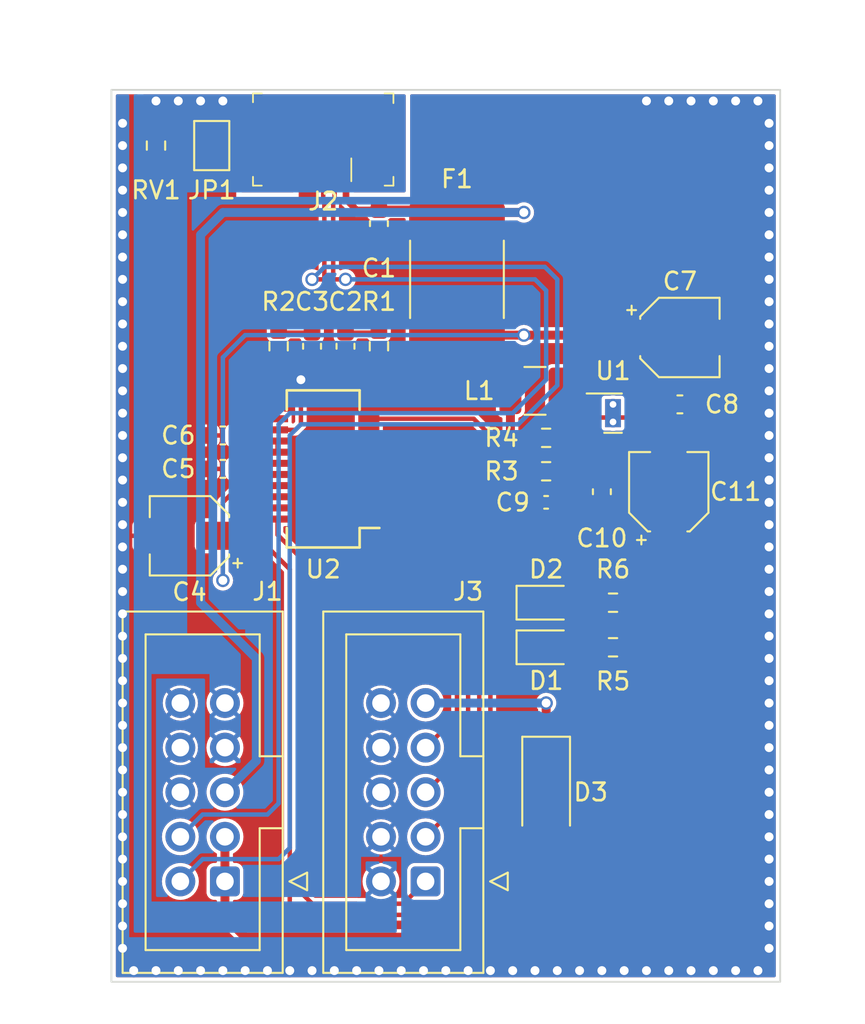
<source format=kicad_pcb>
(kicad_pcb (version 20221018) (generator pcbnew)
  (title_block (title "ESP-programmer") (date "2023-12-03") (rev "A") (comment 1 "Author: Nicloae-Andrei Vasile"))
  (layers (0 "F.Cu" signal) (31 "B.Cu" signal) (34 "B.Paste" user) (35 "F.Paste" user) (36 "B.SilkS" user "B.Silkscreen") (37 "F.SilkS" user "F.Silkscreen") (38 "B.Mask" user) (39 "F.Mask" user) (44 "Edge.Cuts" user))
  (net 0 "")
  (net 1 "/VBUS")
  (net 2 "GND")
  (net 3 "/D-")
  (net 4 "/D+")
  (net 5 "Net-(U1-AVIN)")
  (net 6 "Net-(U2-3V3OUT)")
  (net 7 "+3V3")
  (net 8 "Net-(U1-FB)")
  (net 9 "Net-(D1-K)")
  (net 10 "Net-(D1-A)")
  (net 11 "Net-(D2-K)")
  (net 12 "Net-(D2-A)")
  (net 13 "Earth_Protective")
  (net 15 "Net-(U2-TXD)")
  (net 16 "Net-(U2-RXD)")
  (net 17 "Net-(U2-~{DTR})")
  (net 18 "Net-(U2-~{RTS})")
  (net 19 "Net-(U1-SW)")
  (net 20 "Net-(U2-USBDM)")
  (net 21 "Net-(U2-USBDP)")
  (net 29 "Net-(D3-K)")
  (footprint "digikey-footprints:USB_Micro_B_Female_0473460001" (layer "F.Cu") (at 139.065 65.405)
    (fp_text reference "J2" (at 0 4.445) (layer "F.SilkS"))
    (fp_text value "0473460001")
    (pad "1" smd rect (at 1.3 2.66 270) (size 1.38 0.45) (layers "F.Cu" "F.Paste" "F.Mask") (net 1 "/VBUS"))
    (pad "2" smd rect (at 0.65 2.66 270) (size 1.38 0.45) (layers "F.Cu" "F.Paste" "F.Mask") (net 3 "/D-"))
    (pad "3" smd rect (at 0 2.66 270) (size 1.38 0.45) (layers "F.Cu" "F.Paste" "F.Mask") (net 4 "/D+"))
    (pad "4" smd rect (at -0.65 2.66 270) (size 1.38 0.45) (layers "F.Cu" "F.Paste" "F.Mask"))
    (pad "5" smd rect (at -1.3 2.66 270) (size 1.38 0.45) (layers "F.Cu" "F.Paste" "F.Mask") (net 2 "GND"))
    (pad "SH" smd rect (at -2.9125 0 270) (size 1.9 2.375) (layers "F.Cu" "F.Paste" "F.Mask") (net 13 "Earth_Protective"))
    (pad "SH" smd rect (at -2.4625 2.3 270) (size 2.1 1.475) (layers "F.Cu" "F.Paste" "F.Mask") (net 13 "Earth_Protective"))
    (pad "SH" smd rect (at -0.8375 0 270) (size 1.9 1.175) (layers "F.Cu" "F.Paste" "F.Mask") (net 13 "Earth_Protective"))
    (pad "SH" smd rect (at 0.8375 0 270) (size 1.9 1.175) (layers "F.Cu" "F.Paste" "F.Mask") (net 13 "Earth_Protective"))
    (pad "SH" smd rect (at 2.4625 2.3 270) (size 2.1 1.475) (layers "F.Cu" "F.Paste" "F.Mask") (net 13 "Earth_Protective"))
    (pad "SH" smd rect (at 2.9125 0 270) (size 1.9 2.375) (layers "F.Cu" "F.Paste" "F.Mask") (net 13 "Earth_Protective"))
  )
  (footprint "Capacitor_SMD:C_0603_1608Metric" (layer "F.Cu") (at 159.385 81.415)
    (fp_text reference "C8" (at 2.4 0) (layer "F.SilkS"))
    (fp_text value "0.1uF/6.3V/20%/C0603")
    (pad "1" smd roundrect (at -0.775 0) (size 0.9 0.95) (layers "F.Cu" "F.Paste" "F.Mask") (net 5 "Net-(U1-AVIN)"))
    (pad "2" smd roundrect (at 0.775 0) (size 0.9 0.95) (layers "F.Cu" "F.Paste" "F.Mask") (net 2 "GND"))
  )
  (footprint "Capacitor_SMD:C_0603_1608Metric" (layer "F.Cu") (at 133.35 85.09 180)
    (fp_text reference "C5" (at 2.54 0) (layer "F.SilkS"))
    (fp_text value "10nF/6.3V/20%/C0603")
    (pad "1" smd roundrect (at -0.775 0 180) (size 0.9 0.95) (layers "F.Cu" "F.Paste" "F.Mask") (net 5 "Net-(U1-AVIN)"))
    (pad "2" smd roundrect (at 0.775 0 180) (size 0.9 0.95) (layers "F.Cu" "F.Paste" "F.Mask") (net 2 "GND"))
  )
  (footprint "Diode_SMD:D_SOD-128" (layer "F.Cu") (at 151.765 103.505 -90)
    (fp_text reference "D3" (at 0 -2.54 -180) (layer "F.SilkS"))
    (fp_text value "30V/2A/0.7V (RB068LAM-30TFTR)")
    (pad "1" smd roundrect (at -2.2 0 270) (size 1.4 2.1) (layers "F.Cu" "F.Paste" "F.Mask") (roundrect_rratio 0.1785714286) (net 29 "Net-(D3-K)"))
    (pad "2" smd roundrect (at 2.2 0 270) (size 1.4 2.1) (layers "F.Cu" "F.Paste" "F.Mask") (roundrect_rratio 0.1785714286) (net 7 "+3V3"))
  )
  (footprint "Capacitor_SMD:C_0603_1608Metric" (layer "F.Cu") (at 142.24 71.12 -90)
    (fp_text reference "C1" (at 2.54 0 -180) (layer "F.SilkS"))
    (fp_text value "10nF/6.3V/20%/C0603")
    (pad "1" smd roundrect (at -0.775 0 270) (size 0.9 0.95) (layers "F.Cu" "F.Paste" "F.Mask") (net 1 "/VBUS"))
    (pad "2" smd roundrect (at 0.775 0 270) (size 0.9 0.95) (layers "F.Cu" "F.Paste" "F.Mask") (net 2 "GND"))
  )
  (footprint "Fuse:Fuse_2920_7451Metric" (layer "F.Cu") (at 146.685 74.295 -90)
    (fp_text reference "F1" (at -5.715 0 -180) (layer "F.SilkS"))
    (fp_text value "SMD050F-2")
    (pad "1" smd roundrect (at -3.3875 0 270) (size 1.925 5.45) (layers "F.Cu" "F.Paste" "F.Mask") (roundrect_rratio 0.12987) (net 1 "/VBUS"))
    (pad "2" smd roundrect (at 3.3875 0 270) (size 1.925 5.45) (layers "F.Cu" "F.Paste" "F.Mask") (roundrect_rratio 0.12987) (net 5 "Net-(U1-AVIN)"))
  )
  (footprint "Capacitor_SMD:C_0402_1005Metric" (layer "F.Cu") (at 151.765 86.995)
    (fp_text reference "C9" (at -1.905 0) (layer "F.SilkS"))
    (fp_text value "9pF/6.3V/20%/C0402")
    (pad "1" smd roundrect (at -0.48 0) (size 0.56 0.62) (layers "F.Cu" "F.Paste" "F.Mask") (net 7 "+3V3"))
    (pad "2" smd roundrect (at 0.48 0) (size 0.56 0.62) (layers "F.Cu" "F.Paste" "F.Mask") (net 8 "Net-(U1-FB)"))
  )
  (footprint "Resistor_SMD:R_0603_1608Metric" (layer "F.Cu") (at 151.765 83.32)
    (fp_text reference "R4" (at -2.54 0) (layer "F.SilkS"))
    (fp_text value "180K/R0603")
    (pad "1" smd roundrect (at -0.825 0) (size 0.8 0.95) (layers "F.Cu" "F.Paste" "F.Mask") (net 2 "GND"))
    (pad "2" smd roundrect (at 0.825 0) (size 0.8 0.95) (layers "F.Cu" "F.Paste" "F.Mask") (net 8 "Net-(U1-FB)"))
  )
  (footprint "Resistor_SMD:R_0603_1608Metric" (layer "F.Cu") (at 151.765 85.225 180)
    (fp_text reference "R3" (at 2.54 0) (layer "F.SilkS"))
    (fp_text value "810K/R0603")
    (pad "1" smd roundrect (at -0.825 0 180) (size 0.8 0.95) (layers "F.Cu" "F.Paste" "F.Mask") (net 8 "Net-(U1-FB)"))
    (pad "2" smd roundrect (at 0.825 0 180) (size 0.8 0.95) (layers "F.Cu" "F.Paste" "F.Mask") (net 7 "+3V3"))
  )
  (footprint "Jumper:SolderJumper-2_P1.3mm_Open_Pad1.0x1.5mm" (layer "F.Cu") (at 132.715 66.675 -90)
    (fp_text reference "JP1" (at 2.54 0 -180) (layer "F.SilkS"))
    (fp_text value "SolderJumper_2_Open")
    (pad "1" smd rect (at -0.65 0 270) (size 1 1.5) (layers "F.Cu" "F.Mask") (net 13 "Earth_Protective"))
    (pad "2" smd rect (at 0.65 0 270) (size 1 1.5) (layers "F.Cu" "F.Mask") (net 2 "GND"))
  )
  (footprint "Inductor_SMD:L_1210_3225Metric" (layer "F.Cu") (at 151.13 80.645 180)
    (fp_text reference "L1" (at 3.175 0 180) (layer "F.SilkS"))
    (fp_text value "1uH/L1210")
    (pad "1" smd roundrect (at -1.4 0 180) (size 1.25 2.65) (layers "F.Cu" "F.Paste" "F.Mask") (roundrect_rratio 0.2) (net 19 "Net-(U1-SW)"))
    (pad "2" smd roundrect (at 1.4 0 180) (size 1.25 2.65) (layers "F.Cu" "F.Paste" "F.Mask") (roundrect_rratio 0.2) (net 7 "+3V3"))
  )
  (footprint "Capacitor_SMD:CP_Elec_4x5.4" (layer "F.Cu") (at 131.445 88.9 180)
    (fp_text reference "C4" (at 0 -3.2) (layer "F.SilkS"))
    (fp_text value "4.7uF/16V/20%/4.3x4.3mm")
    (pad "1" smd roundrect (at -1.8 0 180) (size 2.6 1.6) (layers "F.Cu" "F.Paste" "F.Mask") (roundrect_rratio 0.15625) (net 5 "Net-(U1-AVIN)"))
    (pad "2" smd roundrect (at 1.8 0 180) (size 2.6 1.6) (layers "F.Cu" "F.Paste" "F.Mask") (roundrect_rratio 0.15625) (net 2 "GND"))
  )
  (footprint "Capacitor_SMD:CP_Elec_4x5.4" (layer "F.Cu") (at 158.75 86.39 90)
    (fp_text reference "C11" (at 0 3.81 180) (layer "F.SilkS"))
    (fp_text value "22uF/16V/20%/4.3x4.3mm")
    (pad "1" smd roundrect (at -1.8 0 90) (size 2.6 1.6) (layers "F.Cu" "F.Paste" "F.Mask") (roundrect_rratio 0.15625) (net 7 "+3V3"))
    (pad "2" smd roundrect (at 1.8 0 90) (size 2.6 1.6) (layers "F.Cu" "F.Paste" "F.Mask") (roundrect_rratio 0.15625) (net 2 "GND"))
  )
  (footprint "Resistor_SMD:R_0603_1608Metric" (layer "F.Cu") (at 155.575 95.25 180)
    (fp_text reference "R5" (at 0 -1.935) (layer "F.SilkS"))
    (fp_text value "330R/R0603")
    (pad "1" smd roundrect (at -0.825 0 180) (size 0.8 0.95) (layers "F.Cu" "F.Paste" "F.Mask") (net 7 "+3V3"))
    (pad "2" smd roundrect (at 0.825 0 180) (size 0.8 0.95) (layers "F.Cu" "F.Paste" "F.Mask") (net 10 "Net-(D1-A)"))
  )
  (footprint "Connector_IDC:IDC-Header_2x05_P2.54mm_Vertical" (layer "F.Cu") (at 133.4675 108.585 180)
    (fp_text reference "J1" (at -2.4225 16.51) (layer "F.SilkS"))
    (fp_text value "302-S101")
    (pad "1" thru_hole roundrect (at 0 0 180) (size 1.7 1.7) (drill 1) (layers "*.Cu" "*.Mask") (roundrect_rratio 0.147059) (net 7 "+3V3"))
    (pad "2" thru_hole circle (at 2.54 0 180) (size 1.7 1.7) (drill 1) (layers "*.Cu" "*.Mask") (net 4 "/D+"))
    (pad "3" thru_hole circle (at 0 2.54 180) (size 1.7 1.7) (drill 1) (layers "*.Cu" "*.Mask") (net 7 "+3V3"))
    (pad "4" thru_hole circle (at 2.54 2.54 180) (size 1.7 1.7) (drill 1) (layers "*.Cu" "*.Mask") (net 3 "/D-"))
    (pad "5" thru_hole circle (at 0 5.08 180) (size 1.7 1.7) (drill 1) (layers "*.Cu" "*.Mask") (net 1 "/VBUS"))
    (pad "6" thru_hole circle (at 2.54 5.08 180) (size 1.7 1.7) (drill 1) (layers "*.Cu" "*.Mask") (net 2 "GND"))
    (pad "7" thru_hole circle (at 0 7.62 180) (size 1.7 1.7) (drill 1) (layers "*.Cu" "*.Mask") (net 13 "Earth_Protective"))
    (pad "8" thru_hole circle (at 2.54 7.62 180) (size 1.7 1.7) (drill 1) (layers "*.Cu" "*.Mask") (net 2 "GND"))
    (pad "9" thru_hole circle (at 0 10.16 180) (size 1.7 1.7) (drill 1) (layers "*.Cu" "*.Mask") (net 13 "Earth_Protective"))
    (pad "10" thru_hole circle (at 2.54 10.16 180) (size 1.7 1.7) (drill 1) (layers "*.Cu" "*.Mask") (net 2 "GND"))
  )
  (footprint "Capacitor_SMD:C_0603_1608Metric" (layer "F.Cu") (at 140.335 78.105 -90)
    (fp_text reference "C2" (at -2.54 0 -180) (layer "F.SilkS"))
    (fp_text value "47pF/6.3V/20%/C0603")
    (pad "1" smd roundrect (at -0.775 0 270) (size 0.9 0.95) (layers "F.Cu" "F.Paste" "F.Mask") (net 3 "/D-"))
    (pad "2" smd roundrect (at 0.775 0 270) (size 0.9 0.95) (layers "F.Cu" "F.Paste" "F.Mask") (net 2 "GND"))
  )
  (footprint "Package_SON:WSON-8-1EP_2x2mm_P0.5mm_EP0.9x1.6mm_ThermalVias" (layer "F.Cu") (at 155.575 81.915)
    (fp_text reference "U1" (at 0 -2.405) (layer "F.SilkS"))
    (fp_text value "TPS62060DSGR")
    (pad "1" smd rect (at -0.95 -0.75) (size 0.5 0.25) (layers "F.Cu" "F.Paste" "F.Mask") (net 2 "GND"))
    (pad "2" smd rect (at -0.95 -0.25) (size 0.5 0.25) (layers "F.Cu" "F.Paste" "F.Mask") (net 19 "Net-(U1-SW)"))
    (pad "3" smd rect (at -0.95 0.25) (size 0.5 0.25) (layers "F.Cu" "F.Paste" "F.Mask") (net 2 "GND"))
    (pad "4" smd rect (at -0.95 0.75) (size 0.5 0.25) (layers "F.Cu" "F.Paste" "F.Mask") (net 8 "Net-(U1-FB)"))
    (pad "5" smd rect (at 0.95 0.75) (size 0.5 0.25) (layers "F.Cu" "F.Paste" "F.Mask") (net 5 "Net-(U1-AVIN)"))
    (pad "6" smd rect (at 0.95 0.25) (size 0.5 0.25) (layers "F.Cu" "F.Paste" "F.Mask") (net 2 "GND"))
    (pad "7" smd rect (at 0.95 -0.25) (size 0.5 0.25) (layers "F.Cu" "F.Paste" "F.Mask") (net 5 "Net-(U1-AVIN)"))
    (pad "8" smd rect (at 0.95 -0.75) (size 0.5 0.25) (layers "F.Cu" "F.Paste" "F.Mask") (net 5 "Net-(U1-AVIN)"))
    (pad "9" thru_hole circle (at 0 -0.5) (size 0.635 0.635) (drill 0.381) (layers "*.Cu"))
    (pad "9" smd rect (at 0 0) (size 0.9 1.6) (layers "F.Cu" "F.Mask"))
    (pad "9" smd rect (at 0 0) (size 0.9 1.6) (layers "B.Cu"))
    (pad "9" thru_hole circle (at 0 0.5) (size 0.635 0.635) (drill 0.381) (layers "*.Cu"))
  )
  (footprint "Capacitor_SMD:C_0603_1608Metric" (layer "F.Cu") (at 133.35 83.185 180)
    (fp_text reference "C6" (at 2.54 0) (layer "F.SilkS"))
    (fp_text value "0.1uF/6.3V/20%/C0603")
    (pad "1" smd roundrect (at -0.775 0 180) (size 0.9 0.95) (layers "F.Cu" "F.Paste" "F.Mask") (net 6 "Net-(U2-3V3OUT)"))
    (pad "2" smd roundrect (at 0.775 0 180) (size 0.9 0.95) (layers "F.Cu" "F.Paste" "F.Mask") (net 2 "GND"))
  )
  (footprint "Resistor_SMD:R_0603_1608Metric" (layer "F.Cu") (at 136.525 78.105 90)
    (fp_text reference "R2" (at 2.54 0 180) (layer "F.SilkS"))
    (fp_text value "27R/R0603")
    (pad "1" smd roundrect (at -0.825 0 90) (size 0.8 0.95) (layers "F.Cu" "F.Paste" "F.Mask") (net 21 "Net-(U2-USBDP)"))
    (pad "2" smd roundrect (at 0.825 0 90) (size 0.8 0.95) (layers "F.Cu" "F.Paste" "F.Mask") (net 4 "/D+"))
  )
  (footprint "Resistor_SMD:R_0603_1608Metric" (layer "F.Cu") (at 155.575 92.71 180)
    (fp_text reference "R6" (at 0 1.905) (layer "F.SilkS"))
    (fp_text value "330R/R0603")
    (pad "1" smd roundrect (at -0.825 0 180) (size 0.8 0.95) (layers "F.Cu" "F.Paste" "F.Mask") (net 7 "+3V3"))
    (pad "2" smd roundrect (at 0.825 0 180) (size 0.8 0.95) (layers "F.Cu" "F.Paste" "F.Mask") (net 12 "Net-(D2-A)"))
  )
  (footprint "Connector_IDC:IDC-Header_2x05_P2.54mm_Vertical" (layer "F.Cu") (at 144.8975 108.585 180)
    (fp_text reference "J3" (at -2.4225 16.51) (layer "F.SilkS"))
    (fp_text value "302-S101")
    (pad "1" thru_hole roundrect (at 0 0 180) (size 1.7 1.7) (drill 1) (layers "*.Cu" "*.Mask") (roundrect_rratio 0.147059) (net 15 "Net-(U2-TXD)"))
    (pad "2" thru_hole circle (at 2.54 0 180) (size 1.7 1.7) (drill 1) (layers "*.Cu" "*.Mask") (net 13 "Earth_Protective"))
    (pad "3" thru_hole circle (at 0 2.54 180) (size 1.7 1.7) (drill 1) (layers "*.Cu" "*.Mask") (net 16 "Net-(U2-RXD)"))
    (pad "4" thru_hole circle (at 2.54 2.54 180) (size 1.7 1.7) (drill 1) (layers "*.Cu" "*.Mask") (net 2 "GND"))
    (pad "5" thru_hole circle (at 0 5.08 180) (size 1.7 1.7) (drill 1) (layers "*.Cu" "*.Mask") (net 17 "Net-(U2-~{DTR})"))
    (pad "6" thru_hole circle (at 2.54 5.08 180) (size 1.7 1.7) (drill 1) (layers "*.Cu" "*.Mask") (net 2 "GND"))
    (pad "7" thru_hole circle (at 0 7.62 180) (size 1.7 1.7) (drill 1) (layers "*.Cu" "*.Mask") (net 18 "Net-(U2-~{RTS})"))
    (pad "8" thru_hole circle (at 2.54 7.62 180) (size 1.7 1.7) (drill 1) (layers "*.Cu" "*.Mask") (net 2 "GND"))
    (pad "9" thru_hole circle (at 0 10.16 180) (size 1.7 1.7) (drill 1) (layers "*.Cu" "*.Mask") (net 29 "Net-(D3-K)"))
    (pad "10" thru_hole circle (at 2.54 10.16 180) (size 1.7 1.7) (drill 1) (layers "*.Cu" "*.Mask") (net 2 "GND"))
  )
  (footprint "LED_SMD:LED_0805_2012Metric" (layer "F.Cu") (at 151.765 95.25)
    (fp_text reference "D1" (at 0 1.905) (layer "F.SilkS"))
    (fp_text value "LED")
    (pad "1" smd roundrect (at -0.9375 0) (size 0.975 1.4) (layers "F.Cu" "F.Paste" "F.Mask") (net 9 "Net-(D1-K)"))
    (pad "2" smd roundrect (at 0.9375 0) (size 0.975 1.4) (layers "F.Cu" "F.Paste" "F.Mask") (net 10 "Net-(D1-A)"))
  )
  (footprint "Resistor_SMD:R_0603_1608Metric" (layer "F.Cu") (at 142.24 78.105 90)
    (fp_text reference "R1" (at 2.54 0 180) (layer "F.SilkS"))
    (fp_text value "27R/R0603")
    (pad "1" smd roundrect (at -0.825 0 90) (size 0.8 0.95) (layers "F.Cu" "F.Paste" "F.Mask") (net 20 "Net-(U2-USBDM)"))
    (pad "2" smd roundrect (at 0.825 0 90) (size 0.8 0.95) (layers "F.Cu" "F.Paste" "F.Mask") (net 3 "/D-"))
  )
  (footprint "Resistor_SMD:R_0603_1608Metric" (layer "F.Cu") (at 129.54 66.675 -90)
    (fp_text reference "RV1" (at 2.54 0 -180) (layer "F.SilkS"))
    (fp_text value "V5.5MLA0603N")
    (pad "1" smd roundrect (at -0.825 0 270) (size 0.8 0.95) (layers "F.Cu" "F.Paste" "F.Mask") (net 13 "Earth_Protective"))
    (pad "2" smd roundrect (at 0.825 0 270) (size 0.8 0.95) (layers "F.Cu" "F.Paste" "F.Mask") (net 2 "GND"))
  )
  (footprint "Capacitor_SMD:C_0603_1608Metric" (layer "F.Cu") (at 154.94 86.39 90)
    (fp_text reference "C10" (at -2.645 0 180) (layer "F.SilkS"))
    (fp_text value "10uF/6.3V/20%/C0603")
    (pad "1" smd roundrect (at -0.775 0 90) (size 0.9 0.95) (layers "F.Cu" "F.Paste" "F.Mask") (net 7 "+3V3"))
    (pad "2" smd roundrect (at 0.775 0 90) (size 0.9 0.95) (layers "F.Cu" "F.Paste" "F.Mask") (net 2 "GND"))
  )
  (footprint "LED_SMD:LED_0805_2012Metric" (layer "F.Cu") (at 151.765 92.71)
    (fp_text reference "D2" (at 0 -1.905) (layer "F.SilkS"))
    (fp_text value "LED")
    (pad "1" smd roundrect (at -0.9375 0) (size 0.975 1.4) (layers "F.Cu" "F.Paste" "F.Mask") (net 11 "Net-(D2-K)"))
    (pad "2" smd roundrect (at 0.9375 0) (size 0.975 1.4) (layers "F.Cu" "F.Paste" "F.Mask") (net 12 "Net-(D2-A)"))
  )
  (footprint "Capacitor_SMD:CP_Elec_4x5.4" (layer "F.Cu") (at 159.385 77.605)
    (fp_text reference "C7" (at 0 -3.2) (layer "F.SilkS"))
    (fp_text value "10uF/16V/20%/4.3x4.3mm")
    (pad "1" smd roundrect (at -1.8 0) (size 2.6 1.6) (layers "F.Cu" "F.Paste" "F.Mask") (roundrect_rratio 0.15625) (net 5 "Net-(U1-AVIN)"))
    (pad "2" smd roundrect (at 1.8 0) (size 2.6 1.6) (layers "F.Cu" "F.Paste" "F.Mask") (roundrect_rratio 0.15625) (net 2 "GND"))
  )
  (footprint "Package_SO:SSOP-20_3.9x8.7mm_P0.635mm" (layer "F.Cu") (at 139.065 85.09 180)
    (fp_text reference "U2" (at 0 -5.715 180) (layer "F.SilkS"))
    (fp_text value "FT231XS")
    (pad "1" smd rect (at -2.6 -2.8575 180) (size 1.2 0.4) (layers "F.Cu" "F.Paste" "F.Mask") (net 17 "Net-(U2-~{DTR})"))
    (pad "2" smd rect (at -2.6 -2.2225 180) (size 1.2 0.4) (layers "F.Cu" "F.Paste" "F.Mask") (net 18 "Net-(U2-~{RTS})"))
    (pad "3" smd rect (at -2.6 -1.5875 180) (size 1.2 0.4) (layers "F.Cu" "F.Paste" "F.Mask"))
    (pad "4" smd rect (at -2.6 -0.9525 180) (size 1.2 0.4) (layers "F.Cu" "F.Paste" "F.Mask") (net 16 "Net-(U2-RXD)"))
    (pad "5" smd rect (at -2.6 -0.3175 180) (size 1.2 0.4) (layers "F.Cu" "F.Paste" "F.Mask"))
    (pad "6" smd rect (at -2.6 0.3175 180) (size 1.2 0.4) (layers "F.Cu" "F.Paste" "F.Mask") (net 2 "GND"))
    (pad "7" smd rect (at -2.6 0.9525 180) (size 1.2 0.4) (layers "F.Cu" "F.Paste" "F.Mask"))
    (pad "8" smd rect (at -2.6 1.5875 180) (size 1.2 0.4) (layers "F.Cu" "F.Paste" "F.Mask"))
    (pad "9" smd rect (at -2.6 2.2225 180) (size 1.2 0.4) (layers "F.Cu" "F.Paste" "F.Mask"))
    (pad "10" smd rect (at -2.6 2.8575 180) (size 1.2 0.4) (layers "F.Cu" "F.Paste" "F.Mask") (net 11 "Net-(D2-K)"))
    (pad "11" smd rect (at 2.6 2.8575 180) (size 1.2 0.4) (layers "F.Cu" "F.Paste" "F.Mask") (net 21 "Net-(U2-USBDP)"))
    (pad "12" smd rect (at 2.6 2.2225 180) (size 1.2 0.4) (layers "F.Cu" "F.Paste" "F.Mask") (net 20 "Net-(U2-USBDM)"))
    (pad "13" smd rect (at 2.6 1.5875 180) (size 1.2 0.4) (layers "F.Cu" "F.Paste" "F.Mask") (net 6 "Net-(U2-3V3OUT)"))
    (pad "14" smd rect (at 2.6 0.9525 180) (size 1.2 0.4) (layers "F.Cu" "F.Paste" "F.Mask") (net 6 "Net-(U2-3V3OUT)"))
    (pad "15" smd rect (at 2.6 0.3175 180) (size 1.2 0.4) (layers "F.Cu" "F.Paste" "F.Mask") (net 5 "Net-(U1-AVIN)"))
    (pad "16" smd rect (at 2.6 -0.3175 180) (size 1.2 0.4) (layers "F.Cu" "F.Paste" "F.Mask") (net 2 "GND"))
    (pad "17" smd rect (at 2.6 -0.9525 180) (size 1.2 0.4) (layers "F.Cu" "F.Paste" "F.Mask") (net 9 "Net-(D1-K)"))
    (pad "18" smd rect (at 2.6 -1.5875 180) (size 1.2 0.4) (layers "F.Cu" "F.Paste" "F.Mask"))
    (pad "19" smd rect (at 2.6 -2.2225 180) (size 1.2 0.4) (layers "F.Cu" "F.Paste" "F.Mask"))
    (pad "20" smd rect (at 2.6 -2.8575 180) (size 1.2 0.4) (layers "F.Cu" "F.Paste" "F.Mask") (net 15 "Net-(U2-TXD)"))
  )
  (footprint "Capacitor_SMD:C_0603_1608Metric" (layer "F.Cu") (at 138.43 78.105 -90)
    (fp_text reference "C3" (at -2.54 0 -180) (layer "F.SilkS"))
    (fp_text value "47pF/6.3V/20%/C0603")
    (pad "1" smd roundrect (at -0.775 0 270) (size 0.9 0.95) (layers "F.Cu" "F.Paste" "F.Mask") (net 4 "/D+"))
    (pad "2" smd roundrect (at 0.775 0 270) (size 0.9 0.95) (layers "F.Cu" "F.Paste" "F.Mask") (net 2 "GND"))
  )
  (gr_rect (start 127 63.5) (end 165.1 114.3) (stroke (width 0.1)) (fill none) (layer "Edge.Cuts"))
  (segment (start 140.97 70.345) (end 142.24 70.345) (width 0.381) (layer "F.Cu") (net 1))
  (segment (start 140.365 68.065) (end 140.365 69.74) (width 0.381) (layer "F.Cu") (net 1))
  (segment (start 142.24 70.345) (end 146.1225 70.345) (width 0.508) (layer "F.Cu") (net 1))
  (segment (start 147.1075 70.485) (end 150.495 70.485) (width 0.508) (layer "F.Cu") (net 1))
  (segment (start 146.1225 70.345) (end 146.685 70.9075) (width 0.508) (layer "F.Cu") (net 1))
  (segment (start 140.365 69.74) (end 140.97 70.345) (width 0.381) (layer "F.Cu") (net 1))
  (segment (start 146.685 70.9075) (end 147.1075 70.485) (width 0.508) (layer "F.Cu") (net 1))
  (via (at 150.495 70.485) (size 0.762) (drill 0.508) (layers "F.Cu" "B.Cu") (net 1))
  (segment (start 133.35 70.485) (end 132.08 71.755) (width 0.508) (layer "B.Cu") (net 1))
  (segment (start 132.08 71.755) (end 132.08 92.71) (width 0.508) (layer "B.Cu") (net 1))
  (segment (start 132.08 92.71) (end 135.255 95.885) (width 0.508) (layer "B.Cu") (net 1))
  (segment (start 150.495 70.485) (end 133.35 70.485) (width 0.508) (layer "B.Cu") (net 1))
  (segment (start 135.255 95.885) (end 135.255 101.7175) (width 0.508) (layer "B.Cu") (net 1))
  (segment (start 135.255 101.7175) (end 133.4675 103.505) (width 0.508) (layer "B.Cu") (net 1))
  (segment (start 155.325 82.165) (end 154.625 82.165) (width 0.254) (layer "F.Cu") (net 2))
  (segment (start 155.575 81.915) (end 155.325 82.165) (width 0.254) (layer "F.Cu") (net 2))
  (segment (start 155.825 82.165) (end 156.525 82.165) (width 0.254) (layer "F.Cu") (net 2))
  (segment (start 155.575 81.915) (end 155.825 82.165) (width 0.254) (layer "F.Cu") (net 2))
  (via (at 127.635 103.505) (size 0.762) (drill 0.508) (layers "F.Cu" "B.Cu") (net 2))
  (via (at 127.635 65.405) (size 0.762) (drill 0.508) (layers "F.Cu" "B.Cu") (net 2))
  (via (at 164.465 92.075) (size 0.762) (drill 0.508) (layers "F.Cu" "B.Cu") (net 2))
  (via (at 134.62 113.665) (size 0.762) (drill 0.508) (layers "F.Cu" "B.Cu") (net 2))
  (via (at 127.635 109.855) (size 0.762) (drill 0.508) (layers "F.Cu" "B.Cu") (net 2))
  (via (at 127.635 99.695) (size 0.762) (drill 0.508) (layers "F.Cu" "B.Cu") (net 2))
  (via (at 152.4 113.665) (size 0.762) (drill 0.508) (layers "F.Cu" "B.Cu") (net 2))
  (via (at 127.635 95.885) (size 0.762) (drill 0.508) (layers "F.Cu" "B.Cu") (net 2))
  (via (at 127.635 83.185) (size 0.762) (drill 0.508) (layers "F.Cu" "B.Cu") (net 2))
  (via (at 138.43 113.665) (size 0.762) (drill 0.508) (layers "F.Cu" "B.Cu") (net 2))
  (via (at 157.48 113.665) (size 0.762) (drill 0.508) (layers "F.Cu" "B.Cu") (net 2))
  (via (at 127.635 89.535) (size 0.762) (drill 0.508) (layers "F.Cu" "B.Cu") (net 2))
  (via (at 164.465 94.615) (size 0.762) (drill 0.508) (layers "F.Cu" "B.Cu") (net 2))
  (via (at 127.635 92.075) (size 0.762) (drill 0.508) (layers "F.Cu" "B.Cu") (net 2))
  (via (at 158.75 113.665) (size 0.762) (drill 0.508) (layers "F.Cu" "B.Cu") (net 2))
  (via (at 143.51 113.665) (size 0.762) (drill 0.508) (layers "F.Cu" "B.Cu") (net 2))
  (via (at 164.465 74.295) (size 0.762) (drill 0.508) (layers "F.Cu" "B.Cu") (net 2))
  (via (at 127.635 69.215) (size 0.762) (drill 0.508) (layers "F.Cu" "B.Cu") (net 2))
  (via (at 133.35 113.665) (size 0.762) (drill 0.508) (layers "F.Cu" "B.Cu") (net 2))
  (via (at 160.02 64.135) (size 0.762) (drill 0.508) (layers "F.Cu" "B.Cu") (net 2))
  (via (at 137.16 113.665) (size 0.762) (drill 0.508) (layers "F.Cu" "B.Cu") (net 2))
  (via (at 164.465 89.535) (size 0.762) (drill 0.508) (layers "F.Cu" "B.Cu") (net 2))
  (via (at 164.465 67.945) (size 0.762) (drill 0.508) (layers "F.Cu" "B.Cu") (net 2))
  (via (at 164.465 75.565) (size 0.762) (drill 0.508) (layers "F.Cu" "B.Cu") (net 2))
  (via (at 164.465 109.855) (size 0.762) (drill 0.508) (layers "F.Cu" "B.Cu") (net 2))
  (via (at 164.465 84.455) (size 0.762) (drill 0.508) (layers "F.Cu" "B.Cu") (net 2))
  (via (at 157.48 64.135) (size 0.762) (drill 0.508) (layers "F.Cu" "B.Cu") (net 2))
  (via (at 127.635 75.565) (size 0.762) (drill 0.508) (layers "F.Cu" "B.Cu") (net 2))
  (via (at 164.465 108.585) (size 0.762) (drill 0.508) (layers "F.Cu" "B.Cu") (net 2))
  (via (at 164.465 78.105) (size 0.762) (drill 0.508) (layers "F.Cu" "B.Cu") (net 2))
  (via (at 164.465 65.405) (size 0.762) (drill 0.508) (layers "F.Cu" "B.Cu") (net 2))
  (via (at 127.635 97.155) (size 0.762) (drill 0.508) (layers "F.Cu" "B.Cu") (net 2))
  (via (at 164.465 102.235) (size 0.762) (drill 0.508) (layers "F.Cu" "B.Cu") (net 2))
  (via (at 164.465 103.505) (size 0.762) (drill 0.508) (layers "F.Cu" "B.Cu") (net 2))
  (via (at 127.635 108.585) (size 0.762) (drill 0.508) (layers "F.Cu" "B.Cu") (net 2))
  (via (at 164.465 81.915) (size 0.762) (drill 0.508) (layers "F.Cu" "B.Cu") (net 2))
  (via (at 130.81 113.665) (size 0.762) (drill 0.508) (layers "F.Cu" "B.Cu") (net 2))
  (via (at 162.56 113.665) (size 0.762) (drill 0.508) (layers "F.Cu" "B.Cu") (net 2))
  (via (at 139.7 113.665) (size 0.762) (drill 0.508) (layers "F.Cu" "B.Cu") (net 2))
  (via (at 164.465 95.885) (size 0.762) (drill 0.508) (layers "F.Cu" "B.Cu") (net 2))
  (via (at 127.635 78.105) (size 0.762) (drill 0.508) (layers "F.Cu" "B.Cu") (net 2))
  (via (at 164.465 86.995) (size 0.762) (drill 0.508) (layers "F.Cu" "B.Cu") (net 2))
  (via (at 127.635 106.045) (size 0.762) (drill 0.508) (layers "F.Cu" "B.Cu") (net 2))
  (via (at 127.635 85.725) (size 0.762) (drill 0.508) (layers "F.Cu" "B.Cu") (net 2))
  (via (at 156.21 113.665) (size 0.762) (drill 0.508) (layers "F.Cu" "B.Cu") (net 2))
  (via (at 164.465 80.645) (size 0.762) (drill 0.508) (layers "F.Cu" "B.Cu") (net 2))
  (via (at 164.465 79.375) (size 0.762) (drill 0.508) (layers "F.Cu" "B.Cu") (net 2))
  (via (at 164.465 76.835) (size 0.762) (drill 0.508) (layers "F.Cu" "B.Cu") (net 2))
  (via (at 161.29 113.665) (size 0.762) (drill 0.508) (layers "F.Cu" "B.Cu") (net 2))
  (via (at 127.635 111.125) (size 0.762) (drill 0.508) (layers "F.Cu" "B.Cu") (net 2))
  (via (at 164.465 66.675) (size 0.762) (drill 0.508) (layers "F.Cu" "B.Cu") (net 2))
  (via (at 163.83 113.665) (size 0.762) (drill 0.508) (layers "F.Cu" "B.Cu") (net 2))
  (via (at 164.465 73.025) (size 0.762) (drill 0.508) (layers "F.Cu" "B.Cu") (net 2))
  (via (at 158.75 64.135) (size 0.762) (drill 0.508) (layers "F.Cu" "B.Cu") (net 2))
  (via (at 132.08 113.665) (size 0.762) (drill 0.508) (layers "F.Cu" "B.Cu") (net 2))
  (via (at 153.67 113.665) (size 0.762) (drill 0.508) (layers "F.Cu" "B.Cu") (net 2))
  (via (at 151.13 113.665) (size 0.762) (drill 0.508) (layers "F.Cu" "B.Cu") (net 2))
  (via (at 129.54 113.665) (size 0.762) (drill 0.508) (layers "F.Cu" "B.Cu") (net 2))
  (via (at 135.89 113.665) (size 0.762) (drill 0.508) (layers "F.Cu" "B.Cu") (net 2))
  (via (at 127.635 104.775) (size 0.762) (drill 0.508) (layers "F.Cu" "B.Cu") (net 2))
  (via (at 127.635 107.315) (size 0.762) (drill 0.508) (layers "F.Cu" "B.Cu") (net 2))
  (via (at 137.795 80.01) (size 0.762) (drill 0.508) (layers "F.Cu" "B.Cu") (net 2))
  (via (at 127.635 74.295) (size 0.762) (drill 0.508) (layers "F.Cu" "B.Cu") (net 2))
  (via (at 127.635 93.345) (size 0.762) (drill 0.508) (layers "F.Cu" "B.Cu") (net 2))
  (via (at 164.465 85.725) (size 0.762) (drill 0.508) (layers "F.Cu" "B.Cu") (net 2))
  (via (at 127.635 102.235) (size 0.762) (drill 0.508) (layers "F.Cu" "B.Cu") (net 2))
  (via (at 127.635 86.995) (size 0.762) (drill 0.508) (layers "F.Cu" "B.Cu") (net 2))
  (via (at 164.465 71.755) (size 0.762) (drill 0.508) (layers "F.Cu" "B.Cu") (net 2))
  (via (at 144.78 113.665) (size 0.762) (drill 0.508) (layers "F.Cu" "B.Cu") (net 2))
  (via (at 127.635 90.805) (size 0.762) (drill 0.508) (layers "F.Cu" "B.Cu") (net 2))
  (via (at 164.465 106.045) (size 0.762) (drill 0.508) (layers "F.Cu" "B.Cu") (net 2))
  (via (at 146.05 113.665) (size 0.762) (drill 0.508) (layers "F.Cu" "B.Cu") (net 2))
  (via (at 127.635 76.835) (size 0.762) (drill 0.508) (layers "F.Cu" "B.Cu") (net 2))
  (via (at 127.635 112.395) (size 0.762) (drill 0.508) (layers "F.Cu" "B.Cu") (net 2))
  (via (at 164.465 90.805) (size 0.762) (drill 0.508) (layers "F.Cu" "B.Cu") (net 2))
  (via (at 164.465 100.965) (size 0.762) (drill 0.508) (layers "F.Cu" "B.Cu") (net 2))
  (via (at 127.635 67.945) (size 0.762) (drill 0.508) (layers "F.Cu" "B.Cu") (net 2))
  (via (at 149.86 113.665) (size 0.762) (drill 0.508) (layers "F.Cu" "B.Cu") (net 2))
  (via (at 127.635 94.615) (size 0.762) (drill 0.508) (layers "F.Cu" "B.Cu") (net 2))
  (via (at 127.635 79.375) (size 0.762) (drill 0.508) (layers "F.Cu" "B.Cu") (net 2))
  (via (at 128.27 113.665) (size 0.762) (drill 0.508) (layers "F.Cu" "B.Cu") (net 2))
  (via (at 164.465 70.485) (size 0.762) (drill 0.508) (layers "F.Cu" "B.Cu") (net 2))
  (via (at 127.635 84.455) (size 0.762) (drill 0.508) (layers "F.Cu" "B.Cu") (net 2))
  (via (at 164.465 93.345) (size 0.762) (drill 0.508) (layers "F.Cu" "B.Cu") (net 2))
  (via (at 127.635 71.755) (size 0.762) (drill 0.508) (layers "F.Cu" "B.Cu") (net 2))
  (via (at 164.465 112.395) (size 0.762) (drill 0.508) (layers "F.Cu" "B.Cu") (net 2))
  (via (at 164.465 69.215) (size 0.762) (drill 0.508) (layers "F.Cu" "B.Cu") (net 2))
  (via (at 127.635 98.425) (size 0.762) (drill 0.508) (layers "F.Cu" "B.Cu") (net 2))
  (via (at 164.465 107.315) (size 0.762) (drill 0.508) (layers "F.Cu" "B.Cu") (net 2))
  (via (at 147.32 113.665) (size 0.762) (drill 0.508) (layers "F.Cu" "B.Cu") (net 2))
  (via (at 164.465 97.155) (size 0.762) (drill 0.508) (layers "F.Cu" "B.Cu") (net 2))
  (via (at 162.56 64.135) (size 0.762) (drill 0.508) (layers "F.Cu" "B.Cu") (net 2))
  (via (at 164.465 88.265) (size 0.762) (drill 0.508) (layers "F.Cu" "B.Cu") (net 2))
  (via (at 140.97 113.665) (size 0.762) (drill 0.508) (layers "F.Cu" "B.Cu") (net 2))
  (via (at 127.635 81.915) (size 0.762) (drill 0.508) (layers "F.Cu" "B.Cu") (net 2))
  (via (at 164.465 98.425) (size 0.762) (drill 0.508) (layers "F.Cu" "B.Cu") (net 2))
  (via (at 127.635 66.675) (size 0.762) (drill 0.508) (layers "F.Cu" "B.Cu") (net 2))
  (via (at 161.29 64.135) (size 0.762) (drill 0.508) (layers "F.Cu" "B.Cu") (net 2))
  (via (at 127.635 70.485) (size 0.762) (drill 0.508) (layers "F.Cu" "B.Cu") (net 2))
  (via (at 148.59 113.665) (size 0.762) (drill 0.508) (layers "F.Cu" "B.Cu") (net 2))
  (via (at 127.635 100.965) (size 0.762) (drill 0.508) (layers "F.Cu" "B.Cu") (net 2))
  (via (at 142.24 113.665) (size 0.762) (drill 0.508) (layers "F.Cu" "B.Cu") (net 2))
  (via (at 164.465 111.125) (size 0.762) (drill 0.508) (layers "F.Cu" "B.Cu") (net 2))
  (via (at 164.465 99.695) (size 0.762) (drill 0.508) (layers "F.Cu" "B.Cu") (net 2))
  (via (at 164.465 104.775) (size 0.762) (drill 0.508) (layers "F.Cu" "B.Cu") (net 2))
  (via (at 127.635 73.025) (size 0.762) (drill 0.508) (layers "F.Cu" "B.Cu") (net 2))
  (via (at 160.02 113.665) (size 0.762) (drill 0.508) (layers "F.Cu" "B.Cu") (net 2))
  (via (at 127.635 88.265) (size 0.762) (drill 0.508) (layers "F.Cu" "B.Cu") (net 2))
  (via (at 154.94 113.665) (size 0.762) (drill 0.508) (layers "F.Cu" "B.Cu") (net 2))
  (via (at 127.635 80.645) (size 0.762) (drill 0.508) (layers "F.Cu" "B.Cu") (net 2))
  (via (at 163.83 64.135) (size 0.762) (drill 0.508) (layers "F.Cu" "B.Cu") (net 2))
  (via (at 164.465 83.185) (size 0.762) (drill 0.508) (layers "F.Cu" "B.Cu") (net 2))
  (segment (start 130.83 103.525) (end 130.83 103.59) (width 0.508) (layer "B.Cu") (net 2))
  (segment (start 139.6345 74.295) (end 140.335 74.295) (width 0.254) (layer "F.Cu") (net 3))
  (segment (start 140.335 77.33) (end 142.19 77.33) (width 0.254) (layer "F.Cu") (net 3))
  (segment (start 140.335 77.33) (end 140.335 76.617499) (width 0.254) (layer "F.Cu") (net 3))
  (segment (start 140.335 76.617499) (end 139.6345 75.916999) (width 0.254) (layer "F.Cu") (net 3))
  (segment (start 139.715 69.784998) (end 139.715 68.065) (width 0.254) (layer "F.Cu") (net 3))
  (segment (start 139.6345 73.66) (end 139.6345 69.865498) (width 0.254) (layer "F.Cu") (net 3))
  (segment (start 139.6345 69.865498) (end 139.715 69.784998) (width 0.254) (layer "F.Cu") (net 3))
  (segment (start 139.6345 75.916999) (end 139.6345 73.66) (width 0.254) (layer "F.Cu") (net 3))
  (segment (start 142.19 77.33) (end 142.24 77.28) (width 0.254) (layer "F.Cu") (net 3))
  (via (at 140.335 74.295) (size 0.762) (drill 0.508) (layers "F.Cu" "B.Cu") (net 3))
  (segment (start 136.525 82.55) (end 137.16 81.915) (width 0.254) (layer "B.Cu") (net 3))
  (segment (start 132.1975 104.775) (end 135.89 104.775) (width 0.254) (layer "B.Cu") (net 3))
  (segment (start 137.16 81.915) (end 149.86 81.915) (width 0.254) (layer "B.Cu") (net 3))
  (segment (start 151.765 80.01) (end 151.765 74.93) (width 0.254) (layer "B.Cu") (net 3))
  (segment (start 151.765 74.93) (end 151.13 74.295) (width 0.254) (layer "B.Cu") (net 3))
  (segment (start 151.13 74.295) (end 140.335 74.295) (width 0.254) (layer "B.Cu") (net 3))
  (segment (start 149.86 81.915) (end 151.765 80.01) (width 0.254) (layer "B.Cu") (net 3))
  (segment (start 130.9275 106.045) (end 132.1975 104.775) (width 0.254) (layer "B.Cu") (net 3))
  (segment (start 136.525 104.14) (end 136.525 82.55) (width 0.254) (layer "B.Cu") (net 3))
  (segment (start 135.89 104.775) (end 136.525 104.14) (width 0.254) (layer "B.Cu") (net 3))
  (segment (start 136.575 77.33) (end 136.525 77.28) (width 0.254) (layer "F.Cu") (net 4))
  (segment (start 139.1305 74.295) (end 138.43 74.295) (width 0.254) (layer "F.Cu") (net 4))
  (segment (start 139.1305 73.66) (end 139.1305 69.9155) (width 0.254) (layer "F.Cu") (net 4))
  (segment (start 139.065 69.85) (end 139.065 68.065) (width 0.254) (layer "F.Cu") (net 4))
  (segment (start 139.1305 69.9155) (end 139.065 69.85) (width 0.254) (layer "F.Cu") (net 4))
  (segment (start 139.1305 75.916999) (end 139.1305 73.66) (width 0.254) (layer "F.Cu") (net 4))
  (segment (start 138.43 76.617499) (end 139.1305 75.916999) (width 0.254) (layer "F.Cu") (net 4))
  (segment (start 138.43 77.33) (end 136.575 77.33) (width 0.254) (layer "F.Cu") (net 4))
  (segment (start 138.43 77.33) (end 138.43 76.617499) (width 0.254) (layer "F.Cu") (net 4))
  (via (at 138.43 74.295) (size 0.762) (drill 0.508) (layers "F.Cu" "B.Cu") (net 4))
  (segment (start 130.9275 108.585) (end 132.1975 107.315) (width 0.254) (layer "B.Cu") (net 4))
  (segment (start 137.16 106.68) (end 137.16 83.185) (width 0.254) (layer "B.Cu") (net 4))
  (segment (start 152.4 74.295) (end 151.692 73.587) (width 0.254) (layer "B.Cu") (net 4))
  (segment (start 139.138 73.587) (end 138.43 74.295) (width 0.254) (layer "B.Cu") (net 4))
  (segment (start 150.181026 82.55) (end 152.4 80.331026) (width 0.254) (layer "B.Cu") (net 4))
  (segment (start 152.4 80.331026) (end 152.4 74.295) (width 0.254) (layer "B.Cu") (net 4))
  (segment (start 132.1975 107.315) (end 136.525 107.315) (width 0.254) (layer "B.Cu") (net 4))
  (segment (start 151.692 73.587) (end 139.138 73.587) (width 0.254) (layer "B.Cu") (net 4))
  (segment (start 137.795 82.55) (end 150.181026 82.55) (width 0.254) (layer "B.Cu") (net 4))
  (segment (start 137.16 83.185) (end 137.795 82.55) (width 0.254) (layer "B.Cu") (net 4))
  (segment (start 136.525 107.315) (end 137.16 106.68) (width 0.254) (layer "B.Cu") (net 4))
  (segment (start 158.61 82.055) (end 158.61 81.415) (width 0.254) (layer "F.Cu") (net 5))
  (segment (start 158.61 81.415) (end 158.61 80.505) (width 0.508) (layer "F.Cu") (net 5))
  (segment (start 157.585 79.48) (end 157.585 77.605) (width 0.508) (layer "F.Cu") (net 5))
  (segment (start 158 82.665) (end 158.61 82.055) (width 0.254) (layer "F.Cu") (net 5))
  (segment (start 158.36 81.165) (end 158.61 81.415) (width 0.254) (layer "F.Cu") (net 5))
  (segment (start 133.35 88.795) (end 133.35 86.995) (width 0.254) (layer "F.Cu") (net 5))
  (segment (start 157.45 77.47) (end 152.4 77.47) (width 0.508) (layer "F.Cu") (net 5))
  (segment (start 136.465 84.7725) (end 134.4425 84.7725) (width 0.254) (layer "F.Cu") (net 5))
  (segment (start 156.525 81.165) (end 156.525 81.665) (width 0.254) (layer "F.Cu") (net 5))
  (segment (start 152.4 77.47) (end 146.8975 77.47) (width 0.508) (layer "F.Cu") (net 5))
  (segment (start 157.585 77.605) (end 157.45 77.47) (width 0.508) (layer "F.Cu") (net 5))
  (segment (start 133.245 88.9) (end 133.35 89.005) (width 0.254) (layer "F.Cu") (net 5))
  (segment (start 146.8975 77.47) (end 146.685 77.6825) (width 0.508) (layer "F.Cu") (net 5))
  (segment (start 133.35 86.995) (end 134.125 86.22) (width 0.254) (layer "F.Cu") (net 5))
  (segment (start 133.245 88.9) (end 133.35 88.795) (width 0.254) (layer "F.Cu") (net 5))
  (segment (start 134.125 86.22) (end 134.125 85.09) (width 0.254) (layer "F.Cu") (net 5))
  (segment (start 133.35 89.005) (end 133.35 91.44) (width 0.254) (layer "F.Cu") (net 5))
  (segment (start 134.4425 84.7725) (end 134.125 85.09) (width 0.254) (layer "F.Cu") (net 5))
  (segment (start 133.985 85.23) (end 134.125 85.09) (width 0.254) (layer "F.Cu") (net 5))
  (segment (start 158.61 80.505) (end 157.585 79.48) (width 0.508) (layer "F.Cu") (net 5))
  (segment (start 156.525 81.165) (end 158.36 81.165) (width 0.254) (layer "F.Cu") (net 5))
  (segment (start 156.525 82.665) (end 158 82.665) (width 0.254) (layer "F.Cu") (net 5))
  (via (at 133.35 91.44) (size 0.762) (drill 0.508) (layers "F.Cu" "B.Cu") (net 5))
  (via (at 150.495 77.47) (size 0.762) (drill 0.508) (layers "F.Cu" "B.Cu") (net 5))
  (segment (start 133.35 91.44) (end 133.35 78.74) (width 0.254) (layer "B.Cu") (net 5))
  (segment (start 133.35 78.74) (end 134.62 77.47) (width 0.254) (layer "B.Cu") (net 5))
  (segment (start 134.62 77.47) (end 150.495 77.47) (width 0.254) (layer "B.Cu") (net 5))
  (segment (start 136.465 84.1375) (end 136.465 83.5025) (width 0.254) (layer "F.Cu") (net 6))
  (segment (start 136.465 83.5025) (end 134.4425 83.5025) (width 0.254) (layer "F.Cu") (net 6))
  (segment (start 134.4425 83.5025) (end 134.125 83.185) (width 0.254) (layer "F.Cu") (net 6))
  (segment (start 151.285 86.515) (end 150.94 86.17) (width 0.254) (layer "F.Cu") (net 7))
  (segment (start 149.73 85.09) (end 149.73 87.8175) (width 0.508) (layer "F.Cu") (net 7))
  (segment (start 151.765 105.705) (end 151.765 111.76) (width 0.508) (layer "F.Cu") (net 7))
  (segment (start 154.94 88.265) (end 158.675 88.265) (width 0.508) (layer "F.Cu") (net 7))
  (segment (start 133.4675 108.585) (end 133.4675 110.6075) (width 0.508) (layer "F.Cu") (net 7))
  (segment (start 133.4675 110.6075) (end 134.62 111.76) (width 0.508) (layer "F.Cu") (net 7))
  (segment (start 158.75 88.19) (end 158.75 95.25) (width 0.508) (layer "F.Cu") (net 7))
  (segment (start 134.62 111.76) (end 151.765 111.76) (width 0.508) (layer "F.Cu") (net 7))
  (segment (start 150.1775 88.265) (end 154.94 88.265) (width 0.508) (layer "F.Cu") (net 7))
  (segment (start 151.285 86.995) (end 151.285 86.515) (width 0.254) (layer "F.Cu") (net 7))
  (segment (start 158.75 95.25) (end 158.75 110.49) (width 0.508) (layer "F.Cu") (net 7))
  (segment (start 156.4 95.25) (end 156.4 92.71) (width 0.254) (layer "F.Cu") (net 7))
  (segment (start 149.73 87.8175) (end 150.1775 88.265) (width 0.508) (layer "F.Cu") (net 7))
  (segment (start 158.75 110.49) (end 157.48 111.76) (width 0.508) (layer "F.Cu") (net 7))
  (segment (start 158.675 88.265) (end 158.75 88.19) (width 0.508) (layer "F.Cu") (net 7))
  (segment (start 149.73 80.645) (end 149.73 85.09) (width 0.508) (layer "F.Cu") (net 7))
  (segment (start 150.94 85.225) (end 149.865 85.225) (width 0.254) (layer "F.Cu") (net 7))
  (segment (start 133.4675 106.045) (end 133.4675 108.585) (width 0.508) (layer "F.Cu") (net 7))
  (segment (start 156.4 92.71) (end 158.75 92.71) (width 0.254) (layer "F.Cu") (net 7))
  (segment (start 150.94 86.17) (end 150.94 85.225) (width 0.254) (layer "F.Cu") (net 7))
  (segment (start 154.94 87.165) (end 154.94 88.265) (width 0.508) (layer "F.Cu") (net 7))
  (segment (start 149.865 85.225) (end 149.73 85.09) (width 0.254) (layer "F.Cu") (net 7))
  (segment (start 151.765 111.76) (end 157.48 111.76) (width 0.508) (layer "F.Cu") (net 7))
  (segment (start 153.535 83.32) (end 154.19 82.665) (width 0.254) (layer "F.Cu") (net 8))
  (segment (start 152.245 86.515) (end 152.59 86.17) (width 0.254) (layer "F.Cu") (net 8))
  (segment (start 152.245 86.995) (end 152.245 86.515) (width 0.254) (layer "F.Cu") (net 8))
  (segment (start 152.59 86.17) (end 152.59 85.225) (width 0.254) (layer "F.Cu") (net 8))
  (segment (start 154.19 82.665) (end 154.625 82.665) (width 0.254) (layer "F.Cu") (net 8))
  (segment (start 152.59 83.32) (end 153.535 83.32) (width 0.254) (layer "F.Cu") (net 8))
  (segment (start 152.59 83.32) (end 152.59 85.225) (width 0.254) (layer "F.Cu") (net 8))
  (segment (start 149.225 95.25) (end 150.8275 95.25) (width 0.254) (layer "F.Cu") (net 9))
  (segment (start 135.255 88.9) (end 137.16 90.805) (width 0.254) (layer "F.Cu") (net 9))
  (segment (start 148.59 95.885) (end 149.225 95.25) (width 0.254) (layer "F.Cu") (net 9))
  (segment (start 147.955 110.49) (end 148.59 109.855) (width 0.254) (layer "F.Cu") (net 9))
  (segment (start 136.465 86.0425) (end 135.5725 86.0425) (width 0.254) (layer "F.Cu") (net 9))
  (segment (start 148.59 109.855) (end 148.59 95.885) (width 0.254) (layer "F.Cu") (net 9))
  (segment (start 137.16 109.855) (end 137.795 110.49) (width 0.254) (layer "F.Cu") (net 9))
  (segment (start 135.5725 86.0425) (end 135.255 86.36) (width 0.254) (layer "F.Cu") (net 9))
  (segment (start 135.255 86.36) (end 135.255 88.9) (width 0.254) (layer "F.Cu") (net 9))
  (segment (start 137.795 110.49) (end 147.955 110.49) (width 0.254) (layer "F.Cu") (net 9))
  (segment (start 137.16 90.805) (end 137.16 109.855) (width 0.254) (layer "F.Cu") (net 9))
  (segment (start 154.75 95.25) (end 152.7025 95.25) (width 0.254) (layer "F.Cu") (net 10))
  (segment (start 148.59 83.185) (end 147.6375 82.2325) (width 0.254) (layer "F.Cu") (net 11))
  (segment (start 147.6375 82.2325) (end 141.665 82.2325) (width 0.254) (layer "F.Cu") (net 11))
  (segment (start 150.8275 92.71) (end 149.225 92.71) (width 0.254) (layer "F.Cu") (net 11))
  (segment (start 149.225 92.71) (end 148.59 92.075) (width 0.254) (layer "F.Cu") (net 11))
  (segment (start 148.59 83.185) (end 148.59 92.075) (width 0.254) (layer "F.Cu") (net 11))
  (segment (start 154.75 92.71) (end 152.7025 92.71) (width 0.254) (layer "F.Cu") (net 12))
  (via (at 129.54 64.135) (size 0.762) (drill 0.508) (layers "F.Cu" "B.Cu") (net 13))
  (via (at 130.81 64.135) (size 0.762) (drill 0.508) (layers "F.Cu" "B.Cu") (net 13))
  (via (at 133.35 64.135) (size 0.762) (drill 0.508) (layers "F.Cu" "B.Cu") (net 13))
  (via (at 132.08 64.135) (size 0.762) (drill 0.508) (layers "F.Cu" "B.Cu") (net 13))
  (segment (start 138.433526 109.851474) (end 140.966474 109.851474) (width 0.254) (layer "F.Cu") (net 15))
  (segment (start 136.465 88.84) (end 137.795 90.17) (width 0.254) (layer "F.Cu") (net 15))
  (segment (start 137.795 90.17) (end 137.795 109.212948) (width 0.254) (layer "F.Cu") (net 15))
  (segment (start 140.966474 109.851474) (end 140.97 109.855) (width 0.254) (layer "F.Cu") (net 15))
  (segment (start 137.795 109.212948) (end 138.433526 109.851474) (width 0.254) (layer "F.Cu") (net 15))
  (segment (start 140.97 109.855) (end 143.6275 109.855) (width 0.254) (layer "F.Cu") (net 15))
  (segment (start 136.465 87.9475) (end 136.465 88.84) (width 0.254) (layer "F.Cu") (net 15))
  (segment (start 143.6275 109.855) (end 144.8975 108.585) (width 0.254) (layer "F.Cu") (net 15))
  (segment (start 141.665 86.0425) (end 147.0025 86.0425) (width 0.254) (layer "F.Cu") (net 16))
  (segment (start 147.955 86.995) (end 147.955 102.9875) (width 0.254) (layer "F.Cu") (net 16))
  (segment (start 147.0025 86.0425) (end 147.955 86.995) (width 0.254) (layer "F.Cu") (net 16))
  (segment (start 147.955 102.9875) (end 144.8975 106.045) (width 0.254) (layer "F.Cu") (net 16))
  (segment (start 147.32 101.0825) (end 144.8975 103.505) (width 0.254) (layer "F.Cu") (net 17))
  (segment (start 146.3675 87.9475) (end 147.32 88.9) (width 0.254) (layer "F.Cu") (net 17))
  (segment (start 147.32 88.9) (end 147.32 101.0825) (width 0.254) (layer "F.Cu") (net 17))
  (segment (start 141.665 87.9475) (end 146.3675 87.9475) (width 0.254) (layer "F.Cu") (net 17))
  (segment (start 140.6525 87.3125) (end 140.335 87.63) (width 0.254) (layer "F.Cu") (net 18))
  (segment (start 146.685 90.17) (end 146.685 99.1775) (width 0.254) (layer "F.Cu") (net 18))
  (segment (start 146.05 89.535) (end 146.685 90.17) (width 0.254) (layer "F.Cu") (net 18))
  (segment (start 146.685 99.1775) (end 144.8975 100.965) (width 0.254) (layer "F.Cu") (net 18))
  (segment (start 140.335 88.9) (end 140.97 89.535) (width 0.254) (layer "F.Cu") (net 18))
  (segment (start 140.335 87.63) (end 140.335 88.9) (width 0.254) (layer "F.Cu") (net 18))
  (segment (start 141.665 87.3125) (end 140.6525 87.3125) (width 0.254) (layer "F.Cu") (net 18))
  (segment (start 140.97 89.535) (end 146.05 89.535) (width 0.254) (layer "F.Cu") (net 18))
  (segment (start 152.785 81.665) (end 154.625 81.665) (width 0.254) (layer "F.Cu") (net 19))
  (segment (start 152.53 81.15) (end 152.4 81.28) (width 0.254) (layer "F.Cu") (net 19))
  (segment (start 152.53 80.645) (end 152.53 81.15) (width 0.254) (layer "F.Cu") (net 19))
  (segment (start 152.4 81.28) (end 152.785 81.665) (width 0.254) (layer "F.Cu") (net 19))
  (segment (start 137.4775 82.8675) (end 137.795 82.55) (width 0.254) (layer "F.Cu") (net 20))
  (segment (start 141.605 80.645) (end 142.24 80.01) (width 0.254) (layer "F.Cu") (net 20))
  (segment (start 136.465 82.8675) (end 137.4775 82.8675) (width 0.254) (layer "F.Cu") (net 20))
  (segment (start 142.24 80.01) (end 142.24 78.93) (width 0.254) (layer "F.Cu") (net 20))
  (segment (start 138.43 80.645) (end 141.605 80.645) (width 0.254) (layer "F.Cu") (net 20))
  (segment (start 137.795 82.55) (end 137.795 81.28) (width 0.254) (layer "F.Cu") (net 20))
  (segment (start 137.795 81.28) (end 138.43 80.645) (width 0.254) (layer "F.Cu") (net 20))
  (segment (start 136.465 78.99) (end 136.525 78.93) (width 0.254) (layer "F.Cu") (net 21))
  (segment (start 136.465 82.2325) (end 136.465 78.99) (width 0.254) (layer "F.Cu") (net 21))
  (segment (start 151.765 98.425) (end 151.765 101.305) (width 0.508) (layer "F.Cu") (net 29))
  (via (at 151.765 98.425) (size 0.762) (drill 0.508) (layers "F.Cu" "B.Cu") (net 29))
  (segment (start 144.8975 98.425) (end 151.765 98.425) (width 0.508) (layer "B.Cu") (net 29))
  (zone (net 2) (net_name "GND") (layer "F.Cu") (priority 1) (connect_pads (clearance 0.1524)) (min_thickness 0.1524) (fill yes (thermal_gap 0.1524) (thermal_bridge_width 0.254))
    (polygon (pts (xy 128.524 63.246) (xy 128.524 66.802) (xy 134.112 66.802) (xy 134.112 69.596) (xy 137.668 69.596) (xy 137.668 67.056) (xy 140.462 67.056) (xy 140.462 69.596) (xy 144.018 69.596) (xy 144.018 63.246) (xy 165.354 63.246) (xy 165.354 114.554) (xy 126.746 114.554) (xy 126.746 63.246)))
  )
  (zone (net 13) (net_name "Earth_Protective") (layer "F.Cu") (connect_pads (clearance 0.1524)) (min_thickness 0.1524) (fill yes (thermal_gap 0.1524) (thermal_bridge_width 0.254))
    (polygon (pts (xy 128.778 63.246) (xy 128.778 66.548) (xy 134.366 66.548) (xy 134.366 69.342) (xy 137.414 69.342) (xy 137.414 66.802) (xy 140.716 66.802) (xy 140.716 69.342) (xy 143.764 69.342) (xy 143.764 63.246)))
  )
  (zone (net 2) (net_name "GND") (layer "B.Cu") (priority 3) (connect_pads (clearance 0.1524)) (min_thickness 0.1524) (fill yes (thermal_gap 0.1524) (thermal_bridge_width 0.254))
    (polygon (pts (xy 128.016 63.246) (xy 128.016 111.76) (xy 143.51 111.76) (xy 143.51 107.188) (xy 141.224 107.188) (xy 141.224 109.474) (xy 129.54 109.474) (xy 129.54 97.028) (xy 132.334 97.028) (xy 132.334 102.108) (xy 134.62 102.108) (xy 134.62 94.234) (xy 131.572 94.234) (xy 131.572 69.596) (xy 144.018 69.596) (xy 144.018 63.246) (xy 165.354 63.246) (xy 165.354 114.554) (xy 126.746 114.554) (xy 126.746 63.246)))
  )
  (zone (net 13) (net_name "Earth_Protective") (layer "B.Cu") (priority 2) (connect_pads (clearance 0.1524)) (min_thickness 0.1524) (fill yes (thermal_gap 0.1524) (thermal_bridge_width 0.254))
    (polygon (pts (xy 143.764 63.246) (xy 143.764 69.342) (xy 131.318 69.342) (xy 131.318 94.488) (xy 134.366 94.488) (xy 134.366 101.854) (xy 132.588 101.854) (xy 132.588 96.774) (xy 129.286 96.774) (xy 129.286 109.728) (xy 141.478 109.728) (xy 141.478 107.442) (xy 143.256 107.442) (xy 143.256 111.506) (xy 128.27 111.506) (xy 128.27 63.246)))
  )
)
</source>
